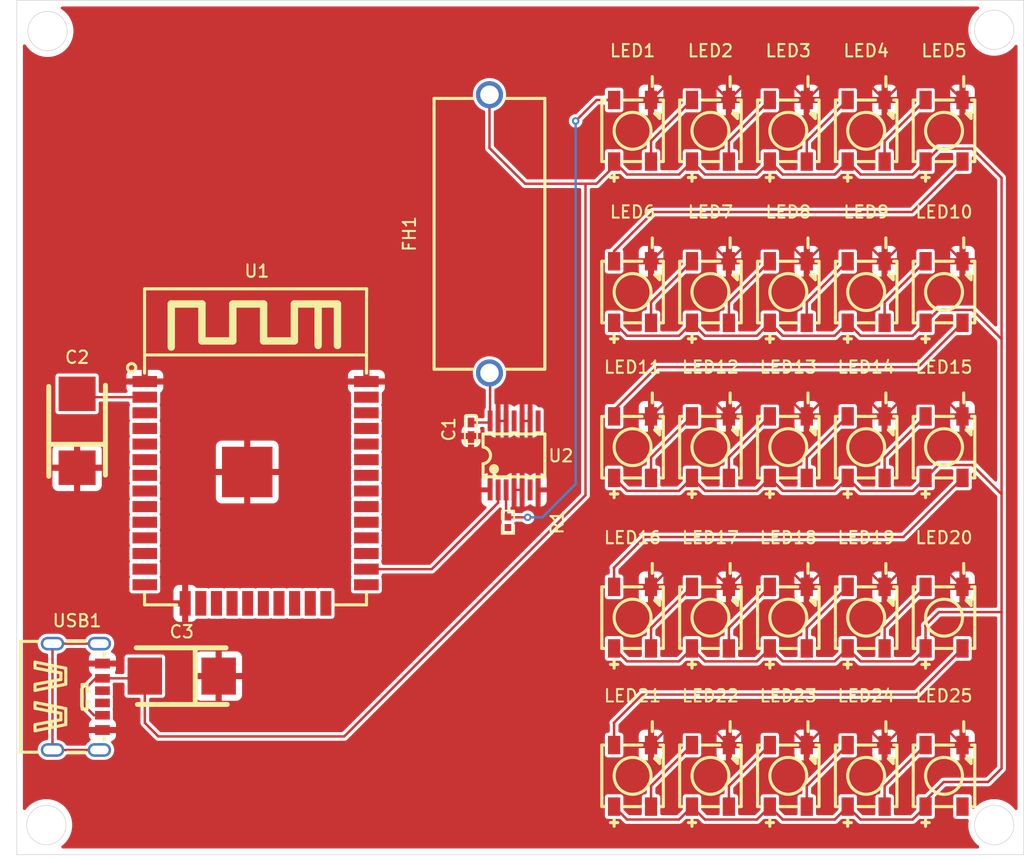
<source format=kicad_pcb>
(kicad_pcb (version 20241229) (generator "pcbnew") (generator_version "9.0")
  (layers (0 "F.Cu" signal) (2 "B.Cu" signal) (13 "F.Paste" user) (15 "B.Paste" user) (5 "F.SilkS" user "F.Silkscreen") (7 "B.SilkS" user "B.Silkscreen") (1 "F.Mask" user) (3 "B.Mask" user) (25 "Edge.Cuts" user))
  (net 0 "")
  (net 1 "IO23")
  (net 2 "IO21")
  (net 3 "SCS_CMD")
  (net 4 "IO32")
  (net 5 "IO27")
  (net 6 "IO12")
  (net 7 "IO22")
  (net 8 "IO19")
  (net 9 "RXD0")
  (net 10 "SDI_SD1")
  (net 11 "SHD_SD2")
  (net 12 "EN")
  (net 13 "TXD0")
  (net 14 "IO0")
  (net 15 "P4Y")
  (net 16 "IO26")
  (net 17 "IO25")
  (net 18 "IO5")
  (net 19 "IO2")
  (net 20 "SENSOR_VN")
  (net 21 "IO35")
  (net 22 "IO33")
  (net 23 "SENSOR_VP")
  (net 24 "IO14")
  (net 25 "IO17")
  (net 26 "P2Y")
  (net 27 "IO18")
  (net 28 "IO16")
  (net 29 "SDO_SD0")
  (net 30 "IO34")
  (net 31 "P3Y")
  (net 32 "esp32Controller.footprint.pins[25].net-net")
  (net 33 "SCK_CLK")
  (net 34 "IO13")
  (net 35 "IO15")
  (net 36 "SWP_SD3")
  (net 37 "levelShifter_P1Y_Resistor-net")
  (net 38 "P1A")
  (net 39 "P3V3")
  (net 40 "EH")
  (net 41 "B5")
  (net 42 "A5")
  (net 43 "VCC")
  (net 44 "led_columns[0]-DIN")
  (net 45 "led_columns[3]-DIN")
  (net 46 "data_out")
  (net 47 "data_in-1")
  (net 48 "led_columns[4]-DOU")
  (net 49 "led_columns[0]-DOU-1")
  (net 50 "led_columns[4]-DIN")
  (net 51 "led_columns[2]-DOU")
  (net 52 "led_columns[1]-DIN-1")
  (net 53 "led_columns[1]-DOU")
  (net 54 "led_columns[2]-DOU-1")
  (net 55 "led_columns[3]-DOU")
  (net 56 "VDD")
  (net 57 "data_in")
  (net 58 "led_columns[2]-DOU-2")
  (net 59 "led_columns[1]-DIN-2")
  (net 60 "led_columns[1]-DIN")
  (net 61 "led_columns[4]-DOU-1")
  (net 62 "led_columns[4]-DIN-1")
  (net 63 "led_columns[3]-DIN-1")
  (net 64 "led_columns[0]-DOU")
  (net 65 "led_columns[0]-DOU-2")
  (net 66 "gnd")
  (net 67 "data_out-2")
  (net 68 "data_out-1")
  (net 69 "led_columns[4]-data_out")
  (net 70 "led_columns[3]-DOU-1")
  (net 71 "led_columns[2]-DIN")
  (footprint "XINGLIGHT_XL_5050RGBC_WS2812B:LED-SMD_4P-L5.0-W5.0-BL_XL-5050RGBC" (layer "F.Cu") (at 122.95 77.8)
    (property "Reference" "LED7")
    (property "Value" "")
  )
  (footprint "Samsung_Electro_Mechanics_CL05B104KO5NNNC:C0402" (layer "F.Cu") (at 103.5 88.95 90)
    (property "Reference" "C1")
    (property "Value" "100nF ±10% 16V X7R" (hide yes))
  )
  (footprint "XINGLIGHT_XL_5050RGBC_WS2812B:LED-SMD_4P-L5.0-W5.0-BL_XL-5050RGBC" (layer "F.Cu") (at 129.275 90.4)
    (property "Reference" "LED13")
    (property "Value" "")
  )
  (footprint "AVX_TAJD477K006RNJ:CASE-D_7343" (layer "F.Cu") (at 80 109)
    (property "Reference" "C3")
    (property "Value" "470µF ±10%")
  )
  (footprint "XINGLIGHT_XL_5050RGBC_WS2812B:LED-SMD_4P-L5.0-W5.0-BL_XL-5050RGBC" (layer "F.Cu") (at 141.925 64.7)
    (property "Reference" "LED5")
    (property "Value" "")
  )
  (footprint "XFCN_PTF_15:FUSE-TH_L22.0-W9.0-P22.60" (layer "F.Cu") (at 105 73.07 -90)
    (property "Reference" "FH1")
    (property "Value" "")
  )
  (footprint "XINGLIGHT_XL_5050RGBC_WS2812B:LED-SMD_4P-L5.0-W5.0-BL_XL-5050RGBC" (layer "F.Cu") (at 135.6 117.1)
    (property "Reference" "LED24")
    (property "Value" "")
  )
  (footprint "Espressif_Systems_ESP32_WROOM_32_N4:WIFIM-SMD_ESP32-WROOM-32-N4" (layer "F.Cu") (at 86 94.08)
    (property "Reference" "U1")
    (property "Value" "")
  )
  (footprint "XINGLIGHT_XL_5050RGBC_WS2812B:LED-SMD_4P-L5.0-W5.0-BL_XL-5050RGBC" (layer "F.Cu") (at 129.275 77.8)
    (property "Reference" "LED8")
    (property "Value" "")
  )
  (footprint "XINGLIGHT_XL_5050RGBC_WS2812B:LED-SMD_4P-L5.0-W5.0-BL_XL-5050RGBC" (layer "F.Cu") (at 116.625 104.25)
    (property "Reference" "LED16")
    (property "Value" "")
  )
  (footprint "XINGLIGHT_XL_5050RGBC_WS2812B:LED-SMD_4P-L5.0-W5.0-BL_XL-5050RGBC" (layer "F.Cu") (at 116.625 117.1)
    (property "Reference" "LED21")
    (property "Value" "")
  )
  (footprint "XINGLIGHT_XL_5050RGBC_WS2812B:LED-SMD_4P-L5.0-W5.0-BL_XL-5050RGBC" (layer "F.Cu") (at 116.625 77.8)
    (property "Reference" "LED6")
    (property "Value" "")
  )
  (footprint "XINGLIGHT_XL_5050RGBC_WS2812B:LED-SMD_4P-L5.0-W5.0-BL_XL-5050RGBC" (layer "F.Cu") (at 135.6 77.8)
    (property "Reference" "LED9")
    (property "Value" "")
  )
  (footprint "Texas_Instruments_SN74AHCT125PWR:TSSOP-14_L5.0-W4.4-P0.65-LS6.4-BL" (layer "F.Cu") (at 107 91.07)
    (property "Reference" "U2")
    (property "Value" "")
  )
  (footprint "XINGLIGHT_XL_5050RGBC_WS2812B:LED-SMD_4P-L5.0-W5.0-BL_XL-5050RGBC" (layer "F.Cu") (at 141.925 77.8)
    (property "Reference" "LED10")
    (property "Value" "")
  )
  (footprint "UNI_ROYAL_0402WGF1000TCE:R0402" (layer "F.Cu") (at 106.5 96.5 -90)
    (property "Reference" "R1")
    (property "Value" "100Ω ±1% 62.5mW")
  )
  (footprint "SHOU_HAN_TYPE_C_6P:TYPE-C-SMD_TYPE-C-6P" (layer "F.Cu") (at 71.53 110.68 -90)
    (property "Reference" "USB1")
    (property "Value" "")
  )
  (footprint "XINGLIGHT_XL_5050RGBC_WS2812B:LED-SMD_4P-L5.0-W5.0-BL_XL-5050RGBC" (layer "F.Cu") (at 129.275 104.25)
    (property "Reference" "LED18")
    (property "Value" "")
  )
  (footprint "XINGLIGHT_XL_5050RGBC_WS2812B:LED-SMD_4P-L5.0-W5.0-BL_XL-5050RGBC" (layer "F.Cu") (at 122.95 90.4)
    (property "Reference" "LED12")
    (property "Value" "")
  )
  (footprint "XINGLIGHT_XL_5050RGBC_WS2812B:LED-SMD_4P-L5.0-W5.0-BL_XL-5050RGBC" (layer "F.Cu") (at 141.925 90.4)
    (property "Reference" "LED15")
    (property "Value" "")
  )
  (footprint "XINGLIGHT_XL_5050RGBC_WS2812B:LED-SMD_4P-L5.0-W5.0-BL_XL-5050RGBC" (layer "F.Cu") (at 129.275 117.1)
    (property "Reference" "LED23")
    (property "Value" "")
  )
  (footprint "XINGLIGHT_XL_5050RGBC_WS2812B:LED-SMD_4P-L5.0-W5.0-BL_XL-5050RGBC" (layer "F.Cu") (at 141.925 117.1)
    (property "Reference" "LED25")
    (property "Value" "")
  )
  (footprint "XINGLIGHT_XL_5050RGBC_WS2812B:LED-SMD_4P-L5.0-W5.0-BL_XL-5050RGBC" (layer "F.Cu") (at 122.95 104.25)
    (property "Reference" "LED17")
    (property "Value" "")
  )
  (footprint "XINGLIGHT_XL_5050RGBC_WS2812B:LED-SMD_4P-L5.0-W5.0-BL_XL-5050RGBC" (layer "F.Cu") (at 116.625 64.7)
    (property "Reference" "LED1")
    (property "Value" "")
  )
  (footprint "XINGLIGHT_XL_5050RGBC_WS2812B:LED-SMD_4P-L5.0-W5.0-BL_XL-5050RGBC" (layer "F.Cu") (at 141.925 104.25)
    (property "Reference" "LED20")
    (property "Value" "")
  )
  (footprint "XINGLIGHT_XL_5050RGBC_WS2812B:LED-SMD_4P-L5.0-W5.0-BL_XL-5050RGBC" (layer "F.Cu") (at 116.625 90.4)
    (property "Reference" "LED11")
    (property "Value" "")
  )
  (footprint "XINGLIGHT_XL_5050RGBC_WS2812B:LED-SMD_4P-L5.0-W5.0-BL_XL-5050RGBC" (layer "F.Cu") (at 122.95 64.7)
    (property "Reference" "LED2")
    (property "Value" "")
  )
  (footprint "XINGLIGHT_XL_5050RGBC_WS2812B:LED-SMD_4P-L5.0-W5.0-BL_XL-5050RGBC" (layer "F.Cu") (at 135.6 104.25)
    (property "Reference" "LED19")
    (property "Value" "")
  )
  (footprint "AVX_TAJD477K006RNJ:CASE-D_7343" (layer "F.Cu") (at 71.5 89.07 -90)
    (property "Reference" "C2")
    (property "Value" "470µF ±10%")
  )
  (footprint "XINGLIGHT_XL_5050RGBC_WS2812B:LED-SMD_4P-L5.0-W5.0-BL_XL-5050RGBC" (layer "F.Cu") (at 135.6 64.7)
    (property "Reference" "LED4")
    (property "Value" "")
  )
  (footprint "XINGLIGHT_XL_5050RGBC_WS2812B:LED-SMD_4P-L5.0-W5.0-BL_XL-5050RGBC" (layer "F.Cu") (at 135.6 90.4)
    (property "Reference" "LED14")
    (property "Value" "")
  )
  (footprint "XINGLIGHT_XL_5050RGBC_WS2812B:LED-SMD_4P-L5.0-W5.0-BL_XL-5050RGBC" (layer "F.Cu") (at 129.275 64.7)
    (property "Reference" "LED3")
    (property "Value" "")
  )
  (footprint "XINGLIGHT_XL_5050RGBC_WS2812B:LED-SMD_4P-L5.0-W5.0-BL_XL-5050RGBC" (layer "F.Cu") (at 122.95 117.1)
    (property "Reference" "LED22")
    (property "Value" "")
  )
  (gr_rect (start 66.6 54.1) (end 148.4 123.5) (stroke (width 0.05)) (fill no) (layer "Edge.Cuts"))
  (gr_circle (center 146 56.5) (end 147.6 56.5) (stroke (width 0.05)) (fill no) (layer "Edge.Cuts"))
  (gr_circle (center 69.1 56.6) (end 70.7 56.6) (stroke (width 0.05)) (fill no) (layer "Edge.Cuts"))
  (gr_circle (center 69 121.1) (end 70.6 121.1) (stroke (width 0.05)) (fill no) (layer "Edge.Cuts"))
  (gr_circle (center 146 121.1) (end 147.6 121.1) (stroke (width 0.05)) (fill no) (layer "Edge.Cuts"))
  (segment (start 105.7 94.92) (end 100.31 100.31) (width 0.2) (layer "F.Cu") (net 38))
  (segment (start 105.7 93.87) (end 105.7 94.92) (width 0.2) (layer "F.Cu") (net 38))
  (segment (start 100.31 100.31) (end 95 100.31) (width 0.2) (layer "F.Cu") (net 38))
  (segment (start 71.77 86.34) (end 71.5 86.07) (width 0.2) (layer "F.Cu") (net 39))
  (segment (start 77 86.34) (end 71.77 86.34) (width 0.2) (layer "F.Cu") (net 39))
  (segment (start 73.31 106.36) (end 69.5 106.36) (width 0.2) (layer "F.Cu") (net 40))
  (segment (start 69.5 115) (end 73.31 115) (width 0.2) (layer "F.Cu") (net 40))
  (segment (start 69.5 106.36) (end 69.5 115) (width 0.2) (layer "F.Cu") (net 40))
  (segment (start 104.92 88.4) (end 105.05 88.27) (width 0.2) (layer "F.Cu") (net 43))
  (segment (start 105.05 84.42) (end 105 84.37) (width 0.2) (layer "F.Cu") (net 43))
  (segment (start 105.05 88.27) (end 105.05 84.42) (width 0.2) (layer "F.Cu") (net 43))
  (segment (start 103.5 88.4) (end 104.92 88.4) (width 0.2) (layer "F.Cu") (net 43))
  (segment (start 130.775 67.2) (end 130.775 65.525) (width 0.2) (layer "F.Cu") (net 44))
  (segment (start 130.775 65.525) (end 134.1 62.2) (width 0.2) (layer "F.Cu") (net 44))
  (segment (start 124.45 106.75) (end 124.45 105.075) (width 0.2) (layer "F.Cu") (net 45))
  (segment (start 124.45 105.075) (end 127.775 101.75) (width 0.2) (layer "F.Cu") (net 45))
  (segment (start 143.425 106.75) (end 139.675 110.5) (width 0.2) (layer "F.Cu") (net 46))
  (segment (start 115.1 112.8) (end 115.125 112.825) (width 0.2) (layer "F.Cu") (net 46))
  (segment (start 139.675 110.5) (end 117.4 110.5) (width 0.2) (layer "F.Cu") (net 46))
  (segment (start 115.125 112.825) (end 115.125 114.6) (width 0.2) (layer "F.Cu") (net 46))
  (segment (start 117.4 110.5) (end 115.1 112.8) (width 0.2) (layer "F.Cu") (net 46))
  (segment (start 115.125 74.475) (end 115.125 75.3) (width 0.2) (layer "F.Cu") (net 47))
  (segment (start 118.3 71.3) (end 115.125 74.475) (width 0.2) (layer "F.Cu") (net 47))
  (segment (start 139.325 71.3) (end 118.3 71.3) (width 0.2) (layer "F.Cu") (net 47))
  (segment (start 143.425 67.2) (end 139.325 71.3) (width 0.2) (layer "F.Cu") (net 47))
  (segment (start 118.125 119.6) (end 118.125 117.925) (width 0.2) (layer "F.Cu") (net 48))
  (segment (start 118.125 117.925) (end 121.45 114.6) (width 0.2) (layer "F.Cu") (net 48))
  (segment (start 118.125 65.525) (end 121.45 62.2) (width 0.2) (layer "F.Cu") (net 49))
  (segment (start 118.125 67.2) (end 118.125 65.525) (width 0.2) (layer "F.Cu") (net 49))
  (segment (start 137.1 117.925) (end 140.425 114.6) (width 0.2) (layer "F.Cu") (net 50))
  (segment (start 137.1 119.6) (end 137.1 117.925) (width 0.2) (layer "F.Cu") (net 50))
  (segment (start 137.1 91.225) (end 140.425 87.9) (width 0.2) (layer "F.Cu") (net 51))
  (segment (start 137.1 92.9) (end 137.1 91.225) (width 0.2) (layer "F.Cu") (net 51))
  (segment (start 124.45 80.3) (end 124.45 78.625) (width 0.2) (layer "F.Cu") (net 52))
  (segment (start 124.45 78.625) (end 127.775 75.3) (width 0.2) (layer "F.Cu") (net 52))
  (segment (start 130.775 78.625) (end 134.1 75.3) (width 0.2) (layer "F.Cu") (net 53))
  (segment (start 130.775 80.3) (end 130.775 78.625) (width 0.2) (layer "F.Cu") (net 53))
  (segment (start 118.125 92.9) (end 118.125 91.225) (width 0.2) (layer "F.Cu") (net 54))
  (segment (start 118.125 91.225) (end 121.45 87.9) (width 0.2) (layer "F.Cu") (net 54))
  (segment (start 118.125 105.075) (end 121.45 101.75) (width 0.2) (layer "F.Cu") (net 55))
  (segment (start 118.125 106.75) (end 118.125 105.075) (width 0.2) (layer "F.Cu") (net 55))
  (segment (start 134.1 92.9) (end 135.151 93.951) (width 0.2) (layer "F.Cu") (net 56))
  (segment (start 120.399 120.651) (end 121.45 119.6) (width 0.2) (layer "F.Cu") (net 56))
  (segment (start 133.049 93.951) (end 134.1 92.9) (width 0.2) (layer "F.Cu") (net 56))
  (segment (start 121.45 92.9) (end 122.501 93.951) (width 0.2) (layer "F.Cu") (net 56))
  (segment (start 135.151 120.651) (end 139.374 120.651) (width 0.2) (layer "F.Cu") (net 56))
  (segment (start 128.826 81.351) (end 133.049 81.351) (width 0.2) (layer "F.Cu") (net 56))
  (segment (start 144.226 79.249) (end 146.6 81.623) (width 0.2) (layer "F.Cu") (net 56))
  (segment (start 139.374 93.951) (end 140.425 92.9) (width 0.2) (layer "F.Cu") (net 56))
  (segment (start 112.8 69) (end 113.7 69) (width 0.2) (layer "F.Cu") (net 56))
  (segment (start 141.9 117.6) (end 140.425 119.075) (width 0.2) (layer "F.Cu") (net 56))
  (segment (start 135.151 68.251) (end 139.374 68.251) (width 0.2) (layer "F.Cu") (net 56))
  (segment (start 121.45 106.75) (end 122.501 107.801) (width 0.2) (layer "F.Cu") (net 56))
  (segment (start 133.049 81.351) (end 134.1 80.3) (width 0.2) (layer "F.Cu") (net 56))
  (segment (start 128.826 120.651) (end 133.049 120.651) (width 0.2) (layer "F.Cu") (net 56))
  (segment (start 146.6 116.5) (end 145.5 117.6) (width 0.2) (layer "F.Cu") (net 56))
  (segment (start 105 66.1) (end 107.9 69) (width 0.2) (layer "F.Cu") (net 56))
  (segment (start 133.049 107.801) (end 134.1 106.75) (width 0.2) (layer "F.Cu") (net 56))
  (segment (start 112.8 94.3) (end 112.8 69) (width 0.2) (layer "F.Cu") (net 56))
  (segment (start 144.226 91.849) (end 146.6 94.223) (width 0.2) (layer "F.Cu") (net 56))
  (segment (start 72.1 110.088) (end 72.1 111.4) (width 0.2) (layer "F.Cu") (net 56))
  (segment (start 139.374 68.251) (end 140.425 67.2) (width 0.2) (layer "F.Cu") (net 56))
  (segment (start 140.425 92.9) (end 141.476 91.849) (width 0.2) (layer "F.Cu") (net 56))
  (segment (start 146.6 94.223) (end 146.6 103.8) (width 0.2) (layer "F.Cu") (net 56))
  (segment (start 140.425 119.075) (end 140.425 119.6) (width 0.2) (layer "F.Cu") (net 56))
  (segment (start 139.374 120.651) (end 140.425 119.6) (width 0.2) (layer "F.Cu") (net 56))
  (segment (start 126.724 93.951) (end 127.775 92.9) (width 0.2) (layer "F.Cu") (net 56))
  (segment (start 133.049 68.251) (end 134.1 67.2) (width 0.2) (layer "F.Cu") (net 56))
  (segment (start 78.1 113.9) (end 93.2 113.9) (width 0.2) (layer "F.Cu") (net 56))
  (segment (start 121.45 80.3) (end 122.501 81.351) (width 0.2) (layer "F.Cu") (net 56))
  (segment (start 141.476 66.149) (end 144.226 66.149) (width 0.2) (layer "F.Cu") (net 56))
  (segment (start 145.5 117.6) (end 141.9 117.6) (width 0.2) (layer "F.Cu") (net 56))
  (segment (start 146.6 81.623) (end 146.6 94.223) (width 0.2) (layer "F.Cu") (net 56))
  (segment (start 135.151 93.951) (end 139.374 93.951) (width 0.2) (layer "F.Cu") (net 56))
  (segment (start 128.826 68.251) (end 133.049 68.251) (width 0.2) (layer "F.Cu") (net 56))
  (segment (start 139.374 107.801) (end 140.425 106.75) (width 0.2) (layer "F.Cu") (net 56))
  (segment (start 140.425 67.2) (end 141.476 66.149) (width 0.2) (layer "F.Cu") (net 56))
  (segment (start 120.399 68.251) (end 121.45 67.2) (width 0.2) (layer "F.Cu") (net 56))
  (segment (start 115.125 80.3) (end 116.176 81.351) (width 0.2) (layer "F.Cu") (net 56))
  (segment (start 146.6 68.523) (end 146.6 81.623) (width 0.2) (layer "F.Cu") (net 56))
  (segment (start 140.425 80.3) (end 141.476 79.249) (width 0.2) (layer "F.Cu") (net 56))
  (segment (start 115.125 92.9) (end 116.176 93.951) (width 0.2) (layer "F.Cu") (net 56))
  (segment (start 72.88 112.18) (end 73.56 112.18) (width 0.2) (layer "F.Cu") (net 56))
  (segment (start 146.6 103.8) (end 141.5 103.8) (width 0.2) (layer "F.Cu") (net 56))
  (segment (start 122.501 68.251) (end 126.724 68.251) (width 0.2) (layer "F.Cu") (net 56))
  (segment (start 134.1 67.2) (end 135.151 68.251) (width 0.2) (layer "F.Cu") (net 56))
  (segment (start 126.724 120.651) (end 127.775 119.6) (width 0.2) (layer "F.Cu") (net 56))
  (segment (start 122.501 81.351) (end 126.724 81.351) (width 0.2) (layer "F.Cu") (net 56))
  (segment (start 127.775 80.3) (end 128.826 81.351) (width 0.2) (layer "F.Cu") (net 56))
  (segment (start 77 112.8) (end 78.1 113.9) (width 0.2) (layer "F.Cu") (net 56))
  (segment (start 113.7 69) (end 115.125 67.575) (width 0.2) (layer "F.Cu") (net 56))
  (segment (start 116.176 107.801) (end 120.399 107.801) (width 0.2) (layer "F.Cu") (net 56))
  (segment (start 126.724 68.251) (end 127.775 67.2) (width 0.2) (layer "F.Cu") (net 56))
  (segment (start 126.724 107.801) (end 127.775 106.75) (width 0.2) (layer "F.Cu") (net 56))
  (segment (start 127.775 67.2) (end 128.826 68.251) (width 0.2) (layer "F.Cu") (net 56))
  (segment (start 105 61.77) (end 105 66.1) (width 0.2) (layer "F.Cu") (net 56))
  (segment (start 141.476 79.249) (end 144.226 79.249) (width 0.2) (layer "F.Cu") (net 56))
  (segment (start 126.724 81.351) (end 127.775 80.3) (width 0.2) (layer "F.Cu") (net 56))
  (segment (start 73.56 109.18) (end 73.008 109.18) (width 0.2) (layer "F.Cu") (net 56))
  (segment (start 141.476 91.849) (end 144.226 91.849) (width 0.2) (layer "F.Cu") (net 56))
  (segment (start 128.826 93.951) (end 133.049 93.951) (width 0.2) (layer "F.Cu") (net 56))
  (segment (start 120.399 93.951) (end 121.45 92.9) (width 0.2) (layer "F.Cu") (net 56))
  (segment (start 77 109) (end 77 112.8) (width 0.2) (layer "F.Cu") (net 56))
  (segment (start 107.9 69) (end 112.8 69) (width 0.2) (layer "F.Cu") (net 56))
  (segment (start 146.6 103.8) (end 146.6 116.5) (width 0.2) (layer "F.Cu") (net 56))
  (segment (start 144.226 66.149) (end 146.6 68.523) (width 0.2) (layer "F.Cu") (net 56))
  (segment (start 116.176 81.351) (end 120.399 81.351) (width 0.2) (layer "F.Cu") (net 56))
  (segment (start 116.176 68.251) (end 120.399 68.251) (width 0.2) (layer "F.Cu") (net 56))
  (segment (start 73.008 109.18) (end 72.1 110.088) (width 0.2) (layer "F.Cu") (net 56))
  (segment (start 122.501 93.951) (end 126.724 93.951) (width 0.2) (layer "F.Cu") (net 56))
  (segment (start 128.826 107.801) (end 133.049 107.801) (width 0.2) (layer "F.Cu") (net 56))
  (segment (start 115.125 106.75) (end 116.176 107.801) (width 0.2) (layer "F.Cu") (net 56))
  (segment (start 122.501 107.801) (end 126.724 107.801) (width 0.2) (layer "F.Cu") (net 56))
  (segment (start 133.049 120.651) (end 134.1 119.6) (width 0.2) (layer "F.Cu") (net 56))
  (segment (start 140.425 104.925) (end 140.425 106.75) (width 0.2) (layer "F.Cu") (net 56))
  (segment (start 134.1 106.75) (end 135.151 107.801) (width 0.2) (layer "F.Cu") (net 56))
  (segment (start 120.399 81.351) (end 121.45 80.3) (width 0.2) (layer "F.Cu") (net 56))
  (segment (start 121.45 67.2) (end 122.501 68.251) (width 0.2) (layer "F.Cu") (net 56))
  (segment (start 76.82 109.18) (end 77 109) (width 0.2) (layer "F.Cu") (net 56))
  (segment (start 116.176 93.951) (end 120.399 93.951) (width 0.2) (layer "F.Cu") (net 56))
  (segment (start 139.374 81.351) (end 140.425 80.3) (width 0.2) (layer "F.Cu") (net 56))
  (segment (start 121.45 119.6) (end 122.501 120.651) (width 0.2) (layer "F.Cu") (net 56))
  (segment (start 134.1 119.6) (end 135.151 120.651) (width 0.2) (layer "F.Cu") (net 56))
  (segment (start 115.125 67.2) (end 116.176 68.251) (width 0.2) (layer "F.Cu") (net 56))
  (segment (start 127.775 106.75) (end 128.826 107.801) (width 0.2) (layer "F.Cu") (net 56))
  (segment (start 72.1 111.4) (end 72.88 112.18) (width 0.2) (layer "F.Cu") (net 56))
  (segment (start 135.151 81.351) (end 139.374 81.351) (width 0.2) (layer "F.Cu") (net 56))
  (segment (start 120.399 107.801) (end 121.45 106.75) (width 0.2) (layer "F.Cu") (net 56))
  (segment (start 134.1 80.3) (end 135.151 81.351) (width 0.2) (layer "F.Cu") (net 56))
  (segment (start 135.151 107.801) (end 139.374 107.801) (width 0.2) (layer "F.Cu") (net 56))
  (segment (start 141.5 103.8) (end 140.4 104.9) (width 0.2) (layer "F.Cu") (net 56))
  (segment (start 115.125 67.575) (end 115.125 67.2) (width 0.2) (layer "F.Cu") (net 56))
  (segment (start 73.56 109.18) (end 76.82 109.18) (width 0.2) (layer "F.Cu") (net 56))
  (segment (start 140.4 104.9) (end 140.425 104.925) (width 0.2) (layer "F.Cu") (net 56))
  (segment (start 122.501 120.651) (end 126.724 120.651) (width 0.2) (layer "F.Cu") (net 56))
  (segment (start 93.2 113.9) (end 112.8 94.3) (width 0.2) (layer "F.Cu") (net 56))
  (segment (start 116.176 120.651) (end 120.399 120.651) (width 0.2) (layer "F.Cu") (net 56))
  (segment (start 127.775 119.6) (end 128.826 120.651) (width 0.2) (layer "F.Cu") (net 56))
  (segment (start 115.125 119.6) (end 116.176 120.651) (width 0.2) (layer "F.Cu") (net 56))
  (segment (start 127.775 92.9) (end 128.826 93.951) (width 0.2) (layer "F.Cu") (net 56))
  (segment (start 106.53 96.1) (end 106.5 96.07) (width 0.2) (layer "F.Cu") (net 57))
  (segment (start 106.35 93.87) (end 106.35 95.92) (width 0.2) (layer "F.Cu") (net 57))
  (segment (start 115.125 62.2) (end 113.7 62.2) (width 0.2) (layer "F.Cu") (net 57))
  (segment (start 108.1 96.1) (end 106.53 96.1) (width 0.2) (layer "F.Cu") (net 57))
  (segment (start 113.7 62.2) (end 112 63.9) (width 0.2) (layer "F.Cu") (net 57))
  (segment (start 106.35 95.92) (end 106.5 96.07) (width 0.2) (layer "F.Cu") (net 57))
  (via (at 108.1 96.1) (size 0.6) (drill 0.3) (layers "F.Cu" "B.Cu") (net 57))
  (via (at 112 63.9) (size 0.6) (drill 0.3) (layers "F.Cu" "B.Cu") (net 57))
  (segment (start 112 93.4) (end 109.3 96.1) (width 0.2) (layer "B.Cu") (net 57))
  (segment (start 109.3 96.1) (end 108.1 96.1) (width 0.2) (layer "B.Cu") (net 57))
  (segment (start 112 63.9) (end 112 93.4) (width 0.2) (layer "B.Cu") (net 57))
  (segment (start 130.775 92.9) (end 130.775 91.225) (width 0.2) (layer "F.Cu") (net 58))
  (segment (start 130.775 91.225) (end 134.1 87.9) (width 0.2) (layer "F.Cu") (net 58))
  (segment (start 137.1 78.625) (end 140.425 75.3) (width 0.2) (layer "F.Cu") (net 59))
  (segment (start 137.1 80.3) (end 137.1 78.625) (width 0.2) (layer "F.Cu") (net 59))
  (segment (start 118.125 80.3) (end 118.125 78.625) (width 0.2) (layer "F.Cu") (net 60))
  (segment (start 118.125 78.625) (end 121.45 75.3) (width 0.2) (layer "F.Cu") (net 60))
  (segment (start 130.775 117.925) (end 134.1 114.6) (width 0.2) (layer "F.Cu") (net 61))
  (segment (start 130.775 119.6) (end 130.775 117.925) (width 0.2) (layer "F.Cu") (net 61))
  (segment (start 124.45 119.6) (end 124.45 117.925) (width 0.2) (layer "F.Cu") (net 62))
  (segment (start 124.45 117.925) (end 127.775 114.6) (width 0.2) (layer "F.Cu") (net 62))
  (segment (start 137.1 105.075) (end 140.425 101.75) (width 0.2) (layer "F.Cu") (net 63))
  (segment (start 137.1 106.75) (end 137.1 105.075) (width 0.2) (layer "F.Cu") (net 63))
  (segment (start 137.1 67.2) (end 137.1 65.525) (width 0.2) (layer "F.Cu") (net 64))
  (segment (start 137.1 65.525) (end 140.425 62.2) (width 0.2) (layer "F.Cu") (net 64))
  (segment (start 124.45 67.2) (end 124.45 65.525) (width 0.2) (layer "F.Cu") (net 65))
  (segment (start 124.45 65.525) (end 127.775 62.2) (width 0.2) (layer "F.Cu") (net 65))
  (segment (start 138.151 61.149) (end 142.374 61.149) (width 0.2) (layer "F.Cu") (net 66))
  (segment (start 125.501 100.699) (end 129.724 100.699) (width 0.2) (layer "F.Cu") (net 66))
  (segment (start 131.826 74.249) (end 136.049 74.249) (width 0.2) (layer "F.Cu") (net 66))
  (segment (start 130.775 75.3) (end 131.826 74.249) (width 0.2) (layer "F.Cu") (net 66))
  (segment (start 131.826 113.549) (end 136.049 113.549) (width 0.2) (layer "F.Cu") (net 66))
  (segment (start 136.049 61.149) (end 137.1 62.2) (width 0.2) (layer "F.Cu") (net 66))
  (segment (start 137.1 62.2) (end 138.151 61.149) (width 0.2) (layer "F.Cu") (net 66))
  (segment (start 119.176 61.149) (end 123.399 61.149) (width 0.2) (layer "F.Cu") (net 66))
  (segment (start 108.8 95.4) (end 108.95 95.25) (width 0.2) (layer "F.Cu") (net 66))
  (segment (start 123.399 100.699) (end 124.45 101.75) (width 0.2) (layer "F.Cu") (net 66))
  (segment (start 136.049 100.699) (end 137.1 101.75) (width 0.2) (layer "F.Cu") (net 66))
  (segment (start 125.501 61.149) (end 129.724 61.149) (width 0.2) (layer "F.Cu") (net 66))
  (segment (start 142.374 86.849) (end 143.425 87.9) (width 0.2) (layer "F.Cu") (net 66))
  (segment (start 138.151 113.549) (end 142.374 113.549) (width 0.2) (layer "F.Cu") (net 66))
  (segment (start 124.45 75.3) (end 125.501 74.249) (width 0.2) (layer "F.Cu") (net 66))
  (segment (start 118.125 114.6) (end 119.176 113.549) (width 0.2) (layer "F.Cu") (net 66))
  (segment (start 130.775 62.2) (end 131.826 61.149) (width 0.2) (layer "F.Cu") (net 66))
  (segment (start 142.374 61.149) (end 143.425 62.2) (width 0.2) (layer "F.Cu") (net 66))
  (segment (start 107 93.87) (end 107 92.4) (width 0.2) (layer "F.Cu") (net 66))
  (segment (start 129.724 86.849) (end 130.775 87.9) (width 0.2) (layer "F.Cu") (net 66))
  (segment (start 118.125 62.2) (end 119.176 61.149) (width 0.2) (layer "F.Cu") (net 66))
  (segment (start 137.1 114.6) (end 138.151 113.549) (width 0.2) (layer "F.Cu") (net 66))
  (segment (start 125.55 113.5) (end 129.675 113.5) (width 0.2) (layer "F.Cu") (net 66))
  (segment (start 105.05 92.45) (end 105.05 93.87) (width 0.2) (layer "F.Cu") (net 66))
  (segment (start 131.875 86.8) (end 136 86.8) (width 0.2) (layer "F.Cu") (net 66))
  (segment (start 142.374 113.549) (end 143.425 114.6) (width 0.2) (layer "F.Cu") (net 66))
  (segment (start 123.399 74.249) (end 124.45 75.3) (width 0.2) (layer "F.Cu") (net 66))
  (segment (start 107.65 95.25) (end 107.8 95.4) (width 0.2) (layer "F.Cu") (net 66))
  (segment (start 124.45 101.75) (end 125.501 100.699) (width 0.2) (layer "F.Cu") (net 66))
  (segment (start 123.399 113.549) (end 124.45 114.6) (width 0.2) (layer "F.Cu") (net 66))
  (segment (start 108.95 95.25) (end 108.95 93.87) (width 0.2) (layer "F.Cu") (net 66))
  (segment (start 106.35 88.27) (end 106.35 86.45) (width 0.2) (layer "F.Cu") (net 66))
  (segment (start 138.2 74.2) (end 142.325 74.2) (width 0.2) (layer "F.Cu") (net 66))
  (segment (start 107.65 93.87) (end 107 93.87) (width 0.2) (layer "F.Cu") (net 66))
  (segment (start 118.125 75.3) (end 119.176 74.249) (width 0.2) (layer "F.Cu") (net 66))
  (segment (start 119.176 113.549) (end 123.399 113.549) (width 0.2) (layer "F.Cu") (net 66))
  (segment (start 130.775 101.75) (end 131.826 100.699) (width 0.2) (layer "F.Cu") (net 66))
  (segment (start 125.501 86.849) (end 129.724 86.849) (width 0.2) (layer "F.Cu") (net 66))
  (segment (start 136 86.8) (end 137.1 87.9) (width 0.2) (layer "F.Cu") (net 66))
  (segment (start 106.6 86.2) (end 107.4 86.2) (width 0.2) (layer "F.Cu") (net 66))
  (segment (start 123.25 86.7) (end 124.45 87.9) (width 0.2) (layer "F.Cu") (net 66))
  (segment (start 119.176 100.699) (end 123.399 100.699) (width 0.2) (layer "F.Cu") (net 66))
  (segment (start 119.176 74.249) (end 123.399 74.249) (width 0.2) (layer "F.Cu") (net 66))
  (segment (start 130.775 87.9) (end 131.875 86.8) (width 0.2) (layer "F.Cu") (net 66))
  (segment (start 107 92.4) (end 106.7 92.1) (width 0.2) (layer "F.Cu") (net 66))
  (segment (start 124.45 114.6) (end 125.55 113.5) (width 0.2) (layer "F.Cu") (net 66))
  (segment (start 138.151 86.849) (end 142.374 86.849) (width 0.2) (layer "F.Cu") (net 66))
  (segment (start 129.675 113.5) (end 130.775 114.6) (width 0.2) (layer "F.Cu") (net 66))
  (segment (start 131.826 100.699) (end 136.049 100.699) (width 0.2) (layer "F.Cu") (net 66))
  (segment (start 107.65 88.27) (end 108.3 88.27) (width 0.2) (layer "F.Cu") (net 66))
  (segment (start 129.724 74.249) (end 130.775 75.3) (width 0.2) (layer "F.Cu") (net 66))
  (segment (start 118.125 87.9) (end 119.325 86.7) (width 0.2) (layer "F.Cu") (net 66))
  (segment (start 106.35 86.45) (end 106.6 86.2) (width 0.2) (layer "F.Cu") (net 66))
  (segment (start 107.4 86.2) (end 107.65 86.45) (width 0.2) (layer "F.Cu") (net 66))
  (segment (start 130.775 114.6) (end 131.826 113.549) (width 0.2) (layer "F.Cu") (net 66))
  (segment (start 107.65 86.45) (end 107.65 88.27) (width 0.2) (layer "F.Cu") (net 66))
  (segment (start 136.049 113.549) (end 137.1 114.6) (width 0.2) (layer "F.Cu") (net 66))
  (segment (start 131.826 61.149) (end 136.049 61.149) (width 0.2) (layer "F.Cu") (net 66))
  (segment (start 125.501 74.249) (end 129.724 74.249) (width 0.2) (layer "F.Cu") (net 66))
  (segment (start 123.399 61.149) (end 124.45 62.2) (width 0.2) (layer "F.Cu") (net 66))
  (segment (start 124.45 62.2) (end 125.501 61.149) (width 0.2) (layer "F.Cu") (net 66))
  (segment (start 138.15 100.7) (end 142.375 100.7) (width 0.2) (layer "F.Cu") (net 66))
  (segment (start 129.724 100.699) (end 130.775 101.75) (width 0.2) (layer "F.Cu") (net 66))
  (segment (start 124.45 87.9) (end 125.501 86.849) (width 0.2) (layer "F.Cu") (net 66))
  (segment (start 106.7 92.1) (end 105.4 92.1) (width 0.2) (layer "F.Cu") (net 66))
  (segment (start 136.049 74.249) (end 137.1 75.3) (width 0.2) (layer "F.Cu") (net 66))
  (segment (start 105.7 88.27) (end 106.35 88.27) (width 0.2) (layer "F.Cu") (net 66))
  (segment (start 107.8 95.4) (end 108.8 95.4) (width 0.2) (layer "F.Cu") (net 66))
  (segment (start 107.65 93.87) (end 107.65 95.25) (width 0.2) (layer "F.Cu") (net 66))
  (segment (start 118.125 101.75) (end 119.176 100.699) (width 0.2) (layer "F.Cu") (net 66))
  (segment (start 105.4 92.1) (end 105.05 92.45) (width 0.2) (layer "F.Cu") (net 66))
  (segment (start 142.325 74.2) (end 143.425 75.3) (width 0.2) (layer "F.Cu") (net 66))
  (segment (start 129.724 61.149) (end 130.775 62.2) (width 0.2) (layer "F.Cu") (net 66))
  (segment (start 142.375 100.7) (end 143.425 101.75) (width 0.2) (layer "F.Cu") (net 66))
  (segment (start 119.325 86.7) (end 123.25 86.7) (width 0.2) (layer "F.Cu") (net 66))
  (segment (start 137.1 87.9) (end 138.151 86.849) (width 0.2) (layer "F.Cu") (net 66))
  (segment (start 137.1 75.3) (end 138.2 74.2) (width 0.2) (layer "F.Cu") (net 66))
  (segment (start 137.1 101.75) (end 138.15 100.7) (width 0.2) (layer "F.Cu") (net 66))
  (segment (start 117.6 97.7) (end 115.1 100.2) (width 0.2) (layer "F.Cu") (net 67))
  (segment (start 138.625 97.7) (end 117.6 97.7) (width 0.2) (layer "F.Cu") (net 67))
  (segment (start 115.1 100.2) (end 115.125 100.225) (width 0.2) (layer "F.Cu") (net 67))
  (segment (start 115.125 100.225) (end 115.125 101.75) (width 0.2) (layer "F.Cu") (net 67))
  (segment (start 143.425 92.9) (end 138.625 97.7) (width 0.2) (layer "F.Cu") (net 67))
  (segment (start 139.825 83.9) (end 118.6 83.9) (width 0.2) (layer "F.Cu") (net 68))
  (segment (start 115.125 87.375) (end 115.125 87.9) (width 0.2) (layer "F.Cu") (net 68))
  (segment (start 143.425 80.3) (end 139.825 83.9) (width 0.2) (layer "F.Cu") (net 68))
  (segment (start 118.6 83.9) (end 115.125 87.375) (width 0.2) (layer "F.Cu") (net 68))
  (segment (start 130.775 105.075) (end 134.1 101.75) (width 0.2) (layer "F.Cu") (net 70))
  (segment (start 130.775 106.75) (end 130.775 105.075) (width 0.2) (layer "F.Cu") (net 70))
  (segment (start 124.45 92.9) (end 124.45 91.225) (width 0.2) (layer "F.Cu") (net 71))
  (segment (start 124.45 91.225) (end 127.775 87.9) (width 0.2) (layer "F.Cu") (net 71))
  (zone (net 66) (net_name "gnd") (layer "F.Cu") (name "GND") (connect_pads (clearance 0.25)) (min_thickness 0.25) (fill yes (thermal_gap 0.5) (thermal_bridge_width 0.5))
    (polygon (pts (xy 66.6 54.1) (xy 148.4 54.1) (xy 148.4 123.5) (xy 66.6 123.5)))
  )
)
</source>
